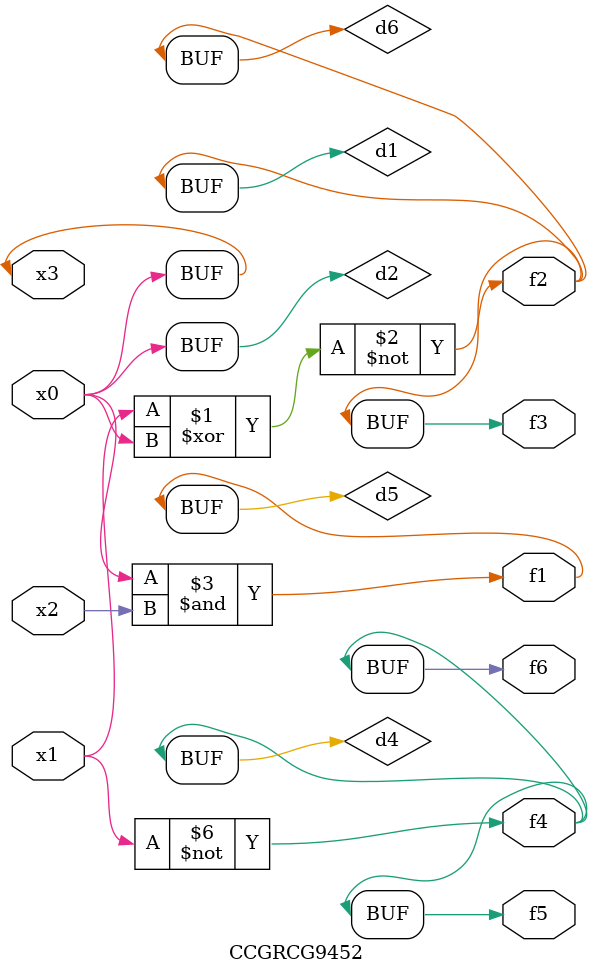
<source format=v>
module CCGRCG9452(
	input x0, x1, x2, x3,
	output f1, f2, f3, f4, f5, f6
);

	wire d1, d2, d3, d4, d5, d6;

	xnor (d1, x1, x3);
	buf (d2, x0, x3);
	nand (d3, x0, x2);
	not (d4, x1);
	nand (d5, d3);
	or (d6, d1);
	assign f1 = d5;
	assign f2 = d6;
	assign f3 = d6;
	assign f4 = d4;
	assign f5 = d4;
	assign f6 = d4;
endmodule

</source>
